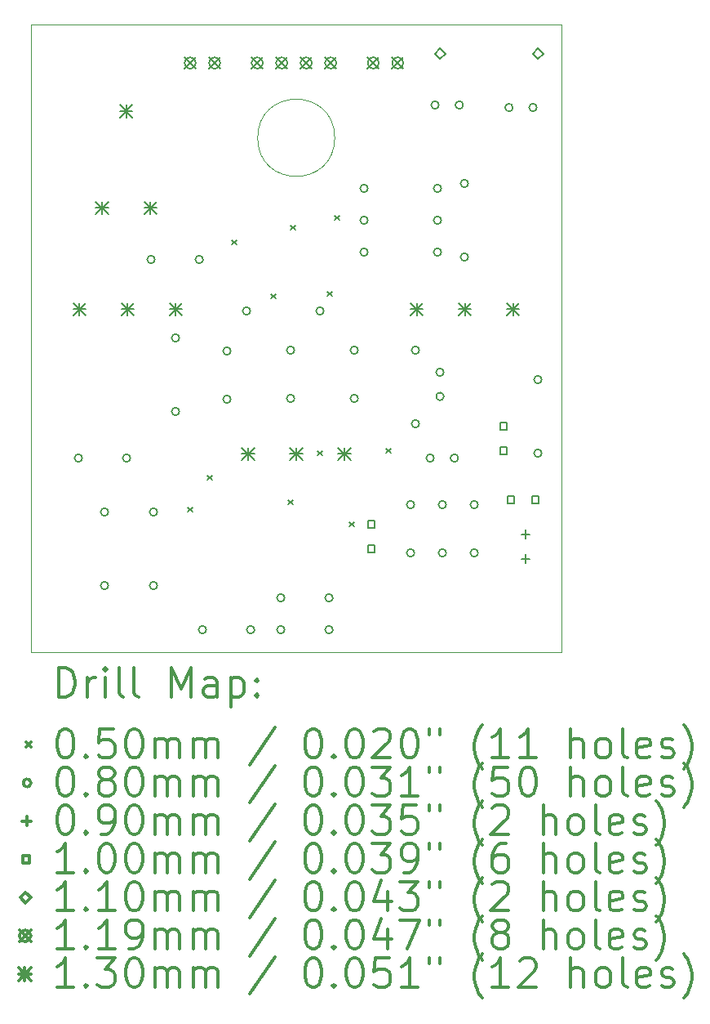
<source format=gbr>
%FSLAX45Y45*%
G04 Gerber Fmt 4.5, Leading zero omitted, Abs format (unit mm)*
G04 Created by KiCad (PCBNEW (5.1.9)-1) date 2021-09-20 18:57:42*
%MOMM*%
%LPD*%
G01*
G04 APERTURE LIST*
%TA.AperFunction,Profile*%
%ADD10C,0.050000*%
%TD*%
%ADD11C,0.200000*%
%ADD12C,0.300000*%
G04 APERTURE END LIST*
D10*
X3150000Y5325000D02*
G75*
G03*
X3150000Y5325000I-400000J0D01*
G01*
X5500000Y6500000D02*
X5500000Y0D01*
X0Y6500000D02*
X5500000Y6500000D01*
X0Y0D02*
X0Y6500000D01*
X0Y0D02*
X5500000Y0D01*
D11*
X1626000Y1498200D02*
X1676000Y1448200D01*
X1676000Y1498200D02*
X1626000Y1448200D01*
X1829200Y1828400D02*
X1879200Y1778400D01*
X1879200Y1828400D02*
X1829200Y1778400D01*
X2083200Y4266800D02*
X2133200Y4216800D01*
X2133200Y4266800D02*
X2083200Y4216800D01*
X2489600Y3708000D02*
X2539600Y3658000D01*
X2539600Y3708000D02*
X2489600Y3658000D01*
X2667400Y1574400D02*
X2717400Y1524400D01*
X2717400Y1574400D02*
X2667400Y1524400D01*
X2692800Y4419200D02*
X2742800Y4369200D01*
X2742800Y4419200D02*
X2692800Y4369200D01*
X2972200Y2082400D02*
X3022200Y2032400D01*
X3022200Y2082400D02*
X2972200Y2032400D01*
X3073800Y3733400D02*
X3123800Y3683400D01*
X3123800Y3733400D02*
X3073800Y3683400D01*
X3150000Y4520800D02*
X3200000Y4470800D01*
X3200000Y4520800D02*
X3150000Y4470800D01*
X3302400Y1345800D02*
X3352400Y1295800D01*
X3352400Y1345800D02*
X3302400Y1295800D01*
X3683400Y2107800D02*
X3733400Y2057800D01*
X3733400Y2107800D02*
X3683400Y2057800D01*
X530600Y2006600D02*
G75*
G03*
X530600Y2006600I-40000J0D01*
G01*
X802000Y1447800D02*
G75*
G03*
X802000Y1447800I-40000J0D01*
G01*
X802000Y685800D02*
G75*
G03*
X802000Y685800I-40000J0D01*
G01*
X1030600Y2006600D02*
G75*
G03*
X1030600Y2006600I-40000J0D01*
G01*
X1284600Y4064000D02*
G75*
G03*
X1284600Y4064000I-40000J0D01*
G01*
X1310000Y1447800D02*
G75*
G03*
X1310000Y1447800I-40000J0D01*
G01*
X1310000Y685800D02*
G75*
G03*
X1310000Y685800I-40000J0D01*
G01*
X1538600Y3251200D02*
G75*
G03*
X1538600Y3251200I-40000J0D01*
G01*
X1538600Y2489200D02*
G75*
G03*
X1538600Y2489200I-40000J0D01*
G01*
X1784600Y4064000D02*
G75*
G03*
X1784600Y4064000I-40000J0D01*
G01*
X1818000Y228600D02*
G75*
G03*
X1818000Y228600I-40000J0D01*
G01*
X2072000Y3116200D02*
G75*
G03*
X2072000Y3116200I-40000J0D01*
G01*
X2072000Y2616200D02*
G75*
G03*
X2072000Y2616200I-40000J0D01*
G01*
X2275200Y3530600D02*
G75*
G03*
X2275200Y3530600I-40000J0D01*
G01*
X2318000Y228600D02*
G75*
G03*
X2318000Y228600I-40000J0D01*
G01*
X2630800Y558800D02*
G75*
G03*
X2630800Y558800I-40000J0D01*
G01*
X2630800Y228600D02*
G75*
G03*
X2630800Y228600I-40000J0D01*
G01*
X2732400Y3124200D02*
G75*
G03*
X2732400Y3124200I-40000J0D01*
G01*
X2732400Y2624200D02*
G75*
G03*
X2732400Y2624200I-40000J0D01*
G01*
X3037200Y3530600D02*
G75*
G03*
X3037200Y3530600I-40000J0D01*
G01*
X3130800Y558800D02*
G75*
G03*
X3130800Y558800I-40000J0D01*
G01*
X3130800Y228600D02*
G75*
G03*
X3130800Y228600I-40000J0D01*
G01*
X3392800Y3124200D02*
G75*
G03*
X3392800Y3124200I-40000J0D01*
G01*
X3392800Y2624200D02*
G75*
G03*
X3392800Y2624200I-40000J0D01*
G01*
X3494400Y4800600D02*
G75*
G03*
X3494400Y4800600I-40000J0D01*
G01*
X3494400Y4470400D02*
G75*
G03*
X3494400Y4470400I-40000J0D01*
G01*
X3494400Y4140200D02*
G75*
G03*
X3494400Y4140200I-40000J0D01*
G01*
X3977000Y1524000D02*
G75*
G03*
X3977000Y1524000I-40000J0D01*
G01*
X3977000Y1024000D02*
G75*
G03*
X3977000Y1024000I-40000J0D01*
G01*
X4027800Y3124200D02*
G75*
G03*
X4027800Y3124200I-40000J0D01*
G01*
X4027800Y2362200D02*
G75*
G03*
X4027800Y2362200I-40000J0D01*
G01*
X4180200Y2006600D02*
G75*
G03*
X4180200Y2006600I-40000J0D01*
G01*
X4231000Y5664200D02*
G75*
G03*
X4231000Y5664200I-40000J0D01*
G01*
X4256400Y4800600D02*
G75*
G03*
X4256400Y4800600I-40000J0D01*
G01*
X4256400Y4470400D02*
G75*
G03*
X4256400Y4470400I-40000J0D01*
G01*
X4256400Y4140200D02*
G75*
G03*
X4256400Y4140200I-40000J0D01*
G01*
X4281800Y2895600D02*
G75*
G03*
X4281800Y2895600I-40000J0D01*
G01*
X4281800Y2645600D02*
G75*
G03*
X4281800Y2645600I-40000J0D01*
G01*
X4307200Y1524000D02*
G75*
G03*
X4307200Y1524000I-40000J0D01*
G01*
X4307200Y1024000D02*
G75*
G03*
X4307200Y1024000I-40000J0D01*
G01*
X4430200Y2006600D02*
G75*
G03*
X4430200Y2006600I-40000J0D01*
G01*
X4481000Y5664200D02*
G75*
G03*
X4481000Y5664200I-40000J0D01*
G01*
X4535800Y4851400D02*
G75*
G03*
X4535800Y4851400I-40000J0D01*
G01*
X4535800Y4089400D02*
G75*
G03*
X4535800Y4089400I-40000J0D01*
G01*
X4637400Y1524000D02*
G75*
G03*
X4637400Y1524000I-40000J0D01*
G01*
X4637400Y1024000D02*
G75*
G03*
X4637400Y1024000I-40000J0D01*
G01*
X4997000Y5638800D02*
G75*
G03*
X4997000Y5638800I-40000J0D01*
G01*
X5247000Y5638800D02*
G75*
G03*
X5247000Y5638800I-40000J0D01*
G01*
X5297800Y2819400D02*
G75*
G03*
X5297800Y2819400I-40000J0D01*
G01*
X5297800Y2057400D02*
G75*
G03*
X5297800Y2057400I-40000J0D01*
G01*
X5130800Y1264200D02*
X5130800Y1174200D01*
X5085800Y1219200D02*
X5175800Y1219200D01*
X5130800Y1010200D02*
X5130800Y920200D01*
X5085800Y965200D02*
X5175800Y965200D01*
X3565956Y1285444D02*
X3565956Y1356156D01*
X3495244Y1356156D01*
X3495244Y1285444D01*
X3565956Y1285444D01*
X3565956Y1031444D02*
X3565956Y1102156D01*
X3495244Y1102156D01*
X3495244Y1031444D01*
X3565956Y1031444D01*
X4937556Y2301444D02*
X4937556Y2372156D01*
X4866844Y2372156D01*
X4866844Y2301444D01*
X4937556Y2301444D01*
X4937556Y2047444D02*
X4937556Y2118156D01*
X4866844Y2118156D01*
X4866844Y2047444D01*
X4937556Y2047444D01*
X5013756Y1539444D02*
X5013756Y1610156D01*
X4943044Y1610156D01*
X4943044Y1539444D01*
X5013756Y1539444D01*
X5267756Y1539444D02*
X5267756Y1610156D01*
X5197044Y1610156D01*
X5197044Y1539444D01*
X5267756Y1539444D01*
X4241800Y6142600D02*
X4296800Y6197600D01*
X4241800Y6252600D01*
X4186800Y6197600D01*
X4241800Y6142600D01*
X5257800Y6142600D02*
X5312800Y6197600D01*
X5257800Y6252600D01*
X5202800Y6197600D01*
X5257800Y6142600D01*
X1590500Y6159500D02*
X1709500Y6040500D01*
X1709500Y6159500D02*
X1590500Y6040500D01*
X1709500Y6100000D02*
G75*
G03*
X1709500Y6100000I-59500J0D01*
G01*
X1844500Y6159500D02*
X1963500Y6040500D01*
X1963500Y6159500D02*
X1844500Y6040500D01*
X1963500Y6100000D02*
G75*
G03*
X1963500Y6100000I-59500J0D01*
G01*
X2286500Y6159500D02*
X2405500Y6040500D01*
X2405500Y6159500D02*
X2286500Y6040500D01*
X2405500Y6100000D02*
G75*
G03*
X2405500Y6100000I-59500J0D01*
G01*
X2540500Y6159500D02*
X2659500Y6040500D01*
X2659500Y6159500D02*
X2540500Y6040500D01*
X2659500Y6100000D02*
G75*
G03*
X2659500Y6100000I-59500J0D01*
G01*
X2794500Y6159500D02*
X2913500Y6040500D01*
X2913500Y6159500D02*
X2794500Y6040500D01*
X2913500Y6100000D02*
G75*
G03*
X2913500Y6100000I-59500J0D01*
G01*
X3048500Y6159500D02*
X3167500Y6040500D01*
X3167500Y6159500D02*
X3048500Y6040500D01*
X3167500Y6100000D02*
G75*
G03*
X3167500Y6100000I-59500J0D01*
G01*
X3490500Y6159500D02*
X3609500Y6040500D01*
X3609500Y6159500D02*
X3490500Y6040500D01*
X3609500Y6100000D02*
G75*
G03*
X3609500Y6100000I-59500J0D01*
G01*
X3744500Y6159500D02*
X3863500Y6040500D01*
X3863500Y6159500D02*
X3744500Y6040500D01*
X3863500Y6100000D02*
G75*
G03*
X3863500Y6100000I-59500J0D01*
G01*
X435000Y3615000D02*
X565000Y3485000D01*
X565000Y3615000D02*
X435000Y3485000D01*
X500000Y3615000D02*
X500000Y3485000D01*
X435000Y3550000D02*
X565000Y3550000D01*
X671600Y4665000D02*
X801600Y4535000D01*
X801600Y4665000D02*
X671600Y4535000D01*
X736600Y4665000D02*
X736600Y4535000D01*
X671600Y4600000D02*
X801600Y4600000D01*
X921600Y5665000D02*
X1051600Y5535000D01*
X1051600Y5665000D02*
X921600Y5535000D01*
X986600Y5665000D02*
X986600Y5535000D01*
X921600Y5600000D02*
X1051600Y5600000D01*
X935000Y3615000D02*
X1065000Y3485000D01*
X1065000Y3615000D02*
X935000Y3485000D01*
X1000000Y3615000D02*
X1000000Y3485000D01*
X935000Y3550000D02*
X1065000Y3550000D01*
X1171600Y4665000D02*
X1301600Y4535000D01*
X1301600Y4665000D02*
X1171600Y4535000D01*
X1236600Y4665000D02*
X1236600Y4535000D01*
X1171600Y4600000D02*
X1301600Y4600000D01*
X1435000Y3615000D02*
X1565000Y3485000D01*
X1565000Y3615000D02*
X1435000Y3485000D01*
X1500000Y3615000D02*
X1500000Y3485000D01*
X1435000Y3550000D02*
X1565000Y3550000D01*
X2185000Y2115000D02*
X2315000Y1985000D01*
X2315000Y2115000D02*
X2185000Y1985000D01*
X2250000Y2115000D02*
X2250000Y1985000D01*
X2185000Y2050000D02*
X2315000Y2050000D01*
X2685000Y2115000D02*
X2815000Y1985000D01*
X2815000Y2115000D02*
X2685000Y1985000D01*
X2750000Y2115000D02*
X2750000Y1985000D01*
X2685000Y2050000D02*
X2815000Y2050000D01*
X3185000Y2115000D02*
X3315000Y1985000D01*
X3315000Y2115000D02*
X3185000Y1985000D01*
X3250000Y2115000D02*
X3250000Y1985000D01*
X3185000Y2050000D02*
X3315000Y2050000D01*
X3935000Y3615000D02*
X4065000Y3485000D01*
X4065000Y3615000D02*
X3935000Y3485000D01*
X4000000Y3615000D02*
X4000000Y3485000D01*
X3935000Y3550000D02*
X4065000Y3550000D01*
X4435000Y3615000D02*
X4565000Y3485000D01*
X4565000Y3615000D02*
X4435000Y3485000D01*
X4500000Y3615000D02*
X4500000Y3485000D01*
X4435000Y3550000D02*
X4565000Y3550000D01*
X4935000Y3615000D02*
X5065000Y3485000D01*
X5065000Y3615000D02*
X4935000Y3485000D01*
X5000000Y3615000D02*
X5000000Y3485000D01*
X4935000Y3550000D02*
X5065000Y3550000D01*
D12*
X283928Y-468214D02*
X283928Y-168214D01*
X355357Y-168214D01*
X398214Y-182500D01*
X426786Y-211071D01*
X441071Y-239643D01*
X455357Y-296786D01*
X455357Y-339643D01*
X441071Y-396786D01*
X426786Y-425357D01*
X398214Y-453929D01*
X355357Y-468214D01*
X283928Y-468214D01*
X583928Y-468214D02*
X583928Y-268214D01*
X583928Y-325357D02*
X598214Y-296786D01*
X612500Y-282500D01*
X641071Y-268214D01*
X669643Y-268214D01*
X769643Y-468214D02*
X769643Y-268214D01*
X769643Y-168214D02*
X755357Y-182500D01*
X769643Y-196786D01*
X783928Y-182500D01*
X769643Y-168214D01*
X769643Y-196786D01*
X955357Y-468214D02*
X926786Y-453929D01*
X912500Y-425357D01*
X912500Y-168214D01*
X1112500Y-468214D02*
X1083928Y-453929D01*
X1069643Y-425357D01*
X1069643Y-168214D01*
X1455357Y-468214D02*
X1455357Y-168214D01*
X1555357Y-382500D01*
X1655357Y-168214D01*
X1655357Y-468214D01*
X1926786Y-468214D02*
X1926786Y-311072D01*
X1912500Y-282500D01*
X1883928Y-268214D01*
X1826786Y-268214D01*
X1798214Y-282500D01*
X1926786Y-453929D02*
X1898214Y-468214D01*
X1826786Y-468214D01*
X1798214Y-453929D01*
X1783928Y-425357D01*
X1783928Y-396786D01*
X1798214Y-368214D01*
X1826786Y-353929D01*
X1898214Y-353929D01*
X1926786Y-339643D01*
X2069643Y-268214D02*
X2069643Y-568214D01*
X2069643Y-282500D02*
X2098214Y-268214D01*
X2155357Y-268214D01*
X2183928Y-282500D01*
X2198214Y-296786D01*
X2212500Y-325357D01*
X2212500Y-411071D01*
X2198214Y-439643D01*
X2183928Y-453929D01*
X2155357Y-468214D01*
X2098214Y-468214D01*
X2069643Y-453929D01*
X2341071Y-439643D02*
X2355357Y-453929D01*
X2341071Y-468214D01*
X2326786Y-453929D01*
X2341071Y-439643D01*
X2341071Y-468214D01*
X2341071Y-282500D02*
X2355357Y-296786D01*
X2341071Y-311072D01*
X2326786Y-296786D01*
X2341071Y-282500D01*
X2341071Y-311072D01*
X-52500Y-937500D02*
X-2500Y-987500D01*
X-2500Y-937500D02*
X-52500Y-987500D01*
X341071Y-798214D02*
X369643Y-798214D01*
X398214Y-812500D01*
X412500Y-826786D01*
X426786Y-855357D01*
X441071Y-912500D01*
X441071Y-983929D01*
X426786Y-1041071D01*
X412500Y-1069643D01*
X398214Y-1083929D01*
X369643Y-1098214D01*
X341071Y-1098214D01*
X312500Y-1083929D01*
X298214Y-1069643D01*
X283928Y-1041071D01*
X269643Y-983929D01*
X269643Y-912500D01*
X283928Y-855357D01*
X298214Y-826786D01*
X312500Y-812500D01*
X341071Y-798214D01*
X569643Y-1069643D02*
X583928Y-1083929D01*
X569643Y-1098214D01*
X555357Y-1083929D01*
X569643Y-1069643D01*
X569643Y-1098214D01*
X855357Y-798214D02*
X712500Y-798214D01*
X698214Y-941071D01*
X712500Y-926786D01*
X741071Y-912500D01*
X812500Y-912500D01*
X841071Y-926786D01*
X855357Y-941071D01*
X869643Y-969643D01*
X869643Y-1041071D01*
X855357Y-1069643D01*
X841071Y-1083929D01*
X812500Y-1098214D01*
X741071Y-1098214D01*
X712500Y-1083929D01*
X698214Y-1069643D01*
X1055357Y-798214D02*
X1083928Y-798214D01*
X1112500Y-812500D01*
X1126786Y-826786D01*
X1141071Y-855357D01*
X1155357Y-912500D01*
X1155357Y-983929D01*
X1141071Y-1041071D01*
X1126786Y-1069643D01*
X1112500Y-1083929D01*
X1083928Y-1098214D01*
X1055357Y-1098214D01*
X1026786Y-1083929D01*
X1012500Y-1069643D01*
X998214Y-1041071D01*
X983928Y-983929D01*
X983928Y-912500D01*
X998214Y-855357D01*
X1012500Y-826786D01*
X1026786Y-812500D01*
X1055357Y-798214D01*
X1283928Y-1098214D02*
X1283928Y-898214D01*
X1283928Y-926786D02*
X1298214Y-912500D01*
X1326786Y-898214D01*
X1369643Y-898214D01*
X1398214Y-912500D01*
X1412500Y-941071D01*
X1412500Y-1098214D01*
X1412500Y-941071D02*
X1426786Y-912500D01*
X1455357Y-898214D01*
X1498214Y-898214D01*
X1526786Y-912500D01*
X1541071Y-941071D01*
X1541071Y-1098214D01*
X1683928Y-1098214D02*
X1683928Y-898214D01*
X1683928Y-926786D02*
X1698214Y-912500D01*
X1726786Y-898214D01*
X1769643Y-898214D01*
X1798214Y-912500D01*
X1812500Y-941071D01*
X1812500Y-1098214D01*
X1812500Y-941071D02*
X1826786Y-912500D01*
X1855357Y-898214D01*
X1898214Y-898214D01*
X1926786Y-912500D01*
X1941071Y-941071D01*
X1941071Y-1098214D01*
X2526786Y-783929D02*
X2269643Y-1169643D01*
X2912500Y-798214D02*
X2941071Y-798214D01*
X2969643Y-812500D01*
X2983928Y-826786D01*
X2998214Y-855357D01*
X3012500Y-912500D01*
X3012500Y-983929D01*
X2998214Y-1041071D01*
X2983928Y-1069643D01*
X2969643Y-1083929D01*
X2941071Y-1098214D01*
X2912500Y-1098214D01*
X2883928Y-1083929D01*
X2869643Y-1069643D01*
X2855357Y-1041071D01*
X2841071Y-983929D01*
X2841071Y-912500D01*
X2855357Y-855357D01*
X2869643Y-826786D01*
X2883928Y-812500D01*
X2912500Y-798214D01*
X3141071Y-1069643D02*
X3155357Y-1083929D01*
X3141071Y-1098214D01*
X3126786Y-1083929D01*
X3141071Y-1069643D01*
X3141071Y-1098214D01*
X3341071Y-798214D02*
X3369643Y-798214D01*
X3398214Y-812500D01*
X3412500Y-826786D01*
X3426786Y-855357D01*
X3441071Y-912500D01*
X3441071Y-983929D01*
X3426786Y-1041071D01*
X3412500Y-1069643D01*
X3398214Y-1083929D01*
X3369643Y-1098214D01*
X3341071Y-1098214D01*
X3312500Y-1083929D01*
X3298214Y-1069643D01*
X3283928Y-1041071D01*
X3269643Y-983929D01*
X3269643Y-912500D01*
X3283928Y-855357D01*
X3298214Y-826786D01*
X3312500Y-812500D01*
X3341071Y-798214D01*
X3555357Y-826786D02*
X3569643Y-812500D01*
X3598214Y-798214D01*
X3669643Y-798214D01*
X3698214Y-812500D01*
X3712500Y-826786D01*
X3726786Y-855357D01*
X3726786Y-883929D01*
X3712500Y-926786D01*
X3541071Y-1098214D01*
X3726786Y-1098214D01*
X3912500Y-798214D02*
X3941071Y-798214D01*
X3969643Y-812500D01*
X3983928Y-826786D01*
X3998214Y-855357D01*
X4012500Y-912500D01*
X4012500Y-983929D01*
X3998214Y-1041071D01*
X3983928Y-1069643D01*
X3969643Y-1083929D01*
X3941071Y-1098214D01*
X3912500Y-1098214D01*
X3883928Y-1083929D01*
X3869643Y-1069643D01*
X3855357Y-1041071D01*
X3841071Y-983929D01*
X3841071Y-912500D01*
X3855357Y-855357D01*
X3869643Y-826786D01*
X3883928Y-812500D01*
X3912500Y-798214D01*
X4126786Y-798214D02*
X4126786Y-855357D01*
X4241071Y-798214D02*
X4241071Y-855357D01*
X4683928Y-1212500D02*
X4669643Y-1198214D01*
X4641071Y-1155357D01*
X4626786Y-1126786D01*
X4612500Y-1083929D01*
X4598214Y-1012500D01*
X4598214Y-955357D01*
X4612500Y-883929D01*
X4626786Y-841071D01*
X4641071Y-812500D01*
X4669643Y-769643D01*
X4683928Y-755357D01*
X4955357Y-1098214D02*
X4783928Y-1098214D01*
X4869643Y-1098214D02*
X4869643Y-798214D01*
X4841071Y-841071D01*
X4812500Y-869643D01*
X4783928Y-883929D01*
X5241071Y-1098214D02*
X5069643Y-1098214D01*
X5155357Y-1098214D02*
X5155357Y-798214D01*
X5126786Y-841071D01*
X5098214Y-869643D01*
X5069643Y-883929D01*
X5598214Y-1098214D02*
X5598214Y-798214D01*
X5726786Y-1098214D02*
X5726786Y-941071D01*
X5712500Y-912500D01*
X5683928Y-898214D01*
X5641071Y-898214D01*
X5612500Y-912500D01*
X5598214Y-926786D01*
X5912500Y-1098214D02*
X5883928Y-1083929D01*
X5869643Y-1069643D01*
X5855357Y-1041071D01*
X5855357Y-955357D01*
X5869643Y-926786D01*
X5883928Y-912500D01*
X5912500Y-898214D01*
X5955357Y-898214D01*
X5983928Y-912500D01*
X5998214Y-926786D01*
X6012500Y-955357D01*
X6012500Y-1041071D01*
X5998214Y-1069643D01*
X5983928Y-1083929D01*
X5955357Y-1098214D01*
X5912500Y-1098214D01*
X6183928Y-1098214D02*
X6155357Y-1083929D01*
X6141071Y-1055357D01*
X6141071Y-798214D01*
X6412500Y-1083929D02*
X6383928Y-1098214D01*
X6326786Y-1098214D01*
X6298214Y-1083929D01*
X6283928Y-1055357D01*
X6283928Y-941071D01*
X6298214Y-912500D01*
X6326786Y-898214D01*
X6383928Y-898214D01*
X6412500Y-912500D01*
X6426786Y-941071D01*
X6426786Y-969643D01*
X6283928Y-998214D01*
X6541071Y-1083929D02*
X6569643Y-1098214D01*
X6626786Y-1098214D01*
X6655357Y-1083929D01*
X6669643Y-1055357D01*
X6669643Y-1041071D01*
X6655357Y-1012500D01*
X6626786Y-998214D01*
X6583928Y-998214D01*
X6555357Y-983929D01*
X6541071Y-955357D01*
X6541071Y-941071D01*
X6555357Y-912500D01*
X6583928Y-898214D01*
X6626786Y-898214D01*
X6655357Y-912500D01*
X6769643Y-1212500D02*
X6783928Y-1198214D01*
X6812500Y-1155357D01*
X6826786Y-1126786D01*
X6841071Y-1083929D01*
X6855357Y-1012500D01*
X6855357Y-955357D01*
X6841071Y-883929D01*
X6826786Y-841071D01*
X6812500Y-812500D01*
X6783928Y-769643D01*
X6769643Y-755357D01*
X-2500Y-1358500D02*
G75*
G03*
X-2500Y-1358500I-40000J0D01*
G01*
X341071Y-1194214D02*
X369643Y-1194214D01*
X398214Y-1208500D01*
X412500Y-1222786D01*
X426786Y-1251357D01*
X441071Y-1308500D01*
X441071Y-1379929D01*
X426786Y-1437071D01*
X412500Y-1465643D01*
X398214Y-1479929D01*
X369643Y-1494214D01*
X341071Y-1494214D01*
X312500Y-1479929D01*
X298214Y-1465643D01*
X283928Y-1437071D01*
X269643Y-1379929D01*
X269643Y-1308500D01*
X283928Y-1251357D01*
X298214Y-1222786D01*
X312500Y-1208500D01*
X341071Y-1194214D01*
X569643Y-1465643D02*
X583928Y-1479929D01*
X569643Y-1494214D01*
X555357Y-1479929D01*
X569643Y-1465643D01*
X569643Y-1494214D01*
X755357Y-1322786D02*
X726786Y-1308500D01*
X712500Y-1294214D01*
X698214Y-1265643D01*
X698214Y-1251357D01*
X712500Y-1222786D01*
X726786Y-1208500D01*
X755357Y-1194214D01*
X812500Y-1194214D01*
X841071Y-1208500D01*
X855357Y-1222786D01*
X869643Y-1251357D01*
X869643Y-1265643D01*
X855357Y-1294214D01*
X841071Y-1308500D01*
X812500Y-1322786D01*
X755357Y-1322786D01*
X726786Y-1337072D01*
X712500Y-1351357D01*
X698214Y-1379929D01*
X698214Y-1437071D01*
X712500Y-1465643D01*
X726786Y-1479929D01*
X755357Y-1494214D01*
X812500Y-1494214D01*
X841071Y-1479929D01*
X855357Y-1465643D01*
X869643Y-1437071D01*
X869643Y-1379929D01*
X855357Y-1351357D01*
X841071Y-1337072D01*
X812500Y-1322786D01*
X1055357Y-1194214D02*
X1083928Y-1194214D01*
X1112500Y-1208500D01*
X1126786Y-1222786D01*
X1141071Y-1251357D01*
X1155357Y-1308500D01*
X1155357Y-1379929D01*
X1141071Y-1437071D01*
X1126786Y-1465643D01*
X1112500Y-1479929D01*
X1083928Y-1494214D01*
X1055357Y-1494214D01*
X1026786Y-1479929D01*
X1012500Y-1465643D01*
X998214Y-1437071D01*
X983928Y-1379929D01*
X983928Y-1308500D01*
X998214Y-1251357D01*
X1012500Y-1222786D01*
X1026786Y-1208500D01*
X1055357Y-1194214D01*
X1283928Y-1494214D02*
X1283928Y-1294214D01*
X1283928Y-1322786D02*
X1298214Y-1308500D01*
X1326786Y-1294214D01*
X1369643Y-1294214D01*
X1398214Y-1308500D01*
X1412500Y-1337072D01*
X1412500Y-1494214D01*
X1412500Y-1337072D02*
X1426786Y-1308500D01*
X1455357Y-1294214D01*
X1498214Y-1294214D01*
X1526786Y-1308500D01*
X1541071Y-1337072D01*
X1541071Y-1494214D01*
X1683928Y-1494214D02*
X1683928Y-1294214D01*
X1683928Y-1322786D02*
X1698214Y-1308500D01*
X1726786Y-1294214D01*
X1769643Y-1294214D01*
X1798214Y-1308500D01*
X1812500Y-1337072D01*
X1812500Y-1494214D01*
X1812500Y-1337072D02*
X1826786Y-1308500D01*
X1855357Y-1294214D01*
X1898214Y-1294214D01*
X1926786Y-1308500D01*
X1941071Y-1337072D01*
X1941071Y-1494214D01*
X2526786Y-1179929D02*
X2269643Y-1565643D01*
X2912500Y-1194214D02*
X2941071Y-1194214D01*
X2969643Y-1208500D01*
X2983928Y-1222786D01*
X2998214Y-1251357D01*
X3012500Y-1308500D01*
X3012500Y-1379929D01*
X2998214Y-1437071D01*
X2983928Y-1465643D01*
X2969643Y-1479929D01*
X2941071Y-1494214D01*
X2912500Y-1494214D01*
X2883928Y-1479929D01*
X2869643Y-1465643D01*
X2855357Y-1437071D01*
X2841071Y-1379929D01*
X2841071Y-1308500D01*
X2855357Y-1251357D01*
X2869643Y-1222786D01*
X2883928Y-1208500D01*
X2912500Y-1194214D01*
X3141071Y-1465643D02*
X3155357Y-1479929D01*
X3141071Y-1494214D01*
X3126786Y-1479929D01*
X3141071Y-1465643D01*
X3141071Y-1494214D01*
X3341071Y-1194214D02*
X3369643Y-1194214D01*
X3398214Y-1208500D01*
X3412500Y-1222786D01*
X3426786Y-1251357D01*
X3441071Y-1308500D01*
X3441071Y-1379929D01*
X3426786Y-1437071D01*
X3412500Y-1465643D01*
X3398214Y-1479929D01*
X3369643Y-1494214D01*
X3341071Y-1494214D01*
X3312500Y-1479929D01*
X3298214Y-1465643D01*
X3283928Y-1437071D01*
X3269643Y-1379929D01*
X3269643Y-1308500D01*
X3283928Y-1251357D01*
X3298214Y-1222786D01*
X3312500Y-1208500D01*
X3341071Y-1194214D01*
X3541071Y-1194214D02*
X3726786Y-1194214D01*
X3626786Y-1308500D01*
X3669643Y-1308500D01*
X3698214Y-1322786D01*
X3712500Y-1337072D01*
X3726786Y-1365643D01*
X3726786Y-1437071D01*
X3712500Y-1465643D01*
X3698214Y-1479929D01*
X3669643Y-1494214D01*
X3583928Y-1494214D01*
X3555357Y-1479929D01*
X3541071Y-1465643D01*
X4012500Y-1494214D02*
X3841071Y-1494214D01*
X3926786Y-1494214D02*
X3926786Y-1194214D01*
X3898214Y-1237072D01*
X3869643Y-1265643D01*
X3841071Y-1279929D01*
X4126786Y-1194214D02*
X4126786Y-1251357D01*
X4241071Y-1194214D02*
X4241071Y-1251357D01*
X4683928Y-1608500D02*
X4669643Y-1594214D01*
X4641071Y-1551357D01*
X4626786Y-1522786D01*
X4612500Y-1479929D01*
X4598214Y-1408500D01*
X4598214Y-1351357D01*
X4612500Y-1279929D01*
X4626786Y-1237072D01*
X4641071Y-1208500D01*
X4669643Y-1165643D01*
X4683928Y-1151357D01*
X4941071Y-1194214D02*
X4798214Y-1194214D01*
X4783928Y-1337072D01*
X4798214Y-1322786D01*
X4826786Y-1308500D01*
X4898214Y-1308500D01*
X4926786Y-1322786D01*
X4941071Y-1337072D01*
X4955357Y-1365643D01*
X4955357Y-1437071D01*
X4941071Y-1465643D01*
X4926786Y-1479929D01*
X4898214Y-1494214D01*
X4826786Y-1494214D01*
X4798214Y-1479929D01*
X4783928Y-1465643D01*
X5141071Y-1194214D02*
X5169643Y-1194214D01*
X5198214Y-1208500D01*
X5212500Y-1222786D01*
X5226786Y-1251357D01*
X5241071Y-1308500D01*
X5241071Y-1379929D01*
X5226786Y-1437071D01*
X5212500Y-1465643D01*
X5198214Y-1479929D01*
X5169643Y-1494214D01*
X5141071Y-1494214D01*
X5112500Y-1479929D01*
X5098214Y-1465643D01*
X5083928Y-1437071D01*
X5069643Y-1379929D01*
X5069643Y-1308500D01*
X5083928Y-1251357D01*
X5098214Y-1222786D01*
X5112500Y-1208500D01*
X5141071Y-1194214D01*
X5598214Y-1494214D02*
X5598214Y-1194214D01*
X5726786Y-1494214D02*
X5726786Y-1337072D01*
X5712500Y-1308500D01*
X5683928Y-1294214D01*
X5641071Y-1294214D01*
X5612500Y-1308500D01*
X5598214Y-1322786D01*
X5912500Y-1494214D02*
X5883928Y-1479929D01*
X5869643Y-1465643D01*
X5855357Y-1437071D01*
X5855357Y-1351357D01*
X5869643Y-1322786D01*
X5883928Y-1308500D01*
X5912500Y-1294214D01*
X5955357Y-1294214D01*
X5983928Y-1308500D01*
X5998214Y-1322786D01*
X6012500Y-1351357D01*
X6012500Y-1437071D01*
X5998214Y-1465643D01*
X5983928Y-1479929D01*
X5955357Y-1494214D01*
X5912500Y-1494214D01*
X6183928Y-1494214D02*
X6155357Y-1479929D01*
X6141071Y-1451357D01*
X6141071Y-1194214D01*
X6412500Y-1479929D02*
X6383928Y-1494214D01*
X6326786Y-1494214D01*
X6298214Y-1479929D01*
X6283928Y-1451357D01*
X6283928Y-1337072D01*
X6298214Y-1308500D01*
X6326786Y-1294214D01*
X6383928Y-1294214D01*
X6412500Y-1308500D01*
X6426786Y-1337072D01*
X6426786Y-1365643D01*
X6283928Y-1394214D01*
X6541071Y-1479929D02*
X6569643Y-1494214D01*
X6626786Y-1494214D01*
X6655357Y-1479929D01*
X6669643Y-1451357D01*
X6669643Y-1437071D01*
X6655357Y-1408500D01*
X6626786Y-1394214D01*
X6583928Y-1394214D01*
X6555357Y-1379929D01*
X6541071Y-1351357D01*
X6541071Y-1337072D01*
X6555357Y-1308500D01*
X6583928Y-1294214D01*
X6626786Y-1294214D01*
X6655357Y-1308500D01*
X6769643Y-1608500D02*
X6783928Y-1594214D01*
X6812500Y-1551357D01*
X6826786Y-1522786D01*
X6841071Y-1479929D01*
X6855357Y-1408500D01*
X6855357Y-1351357D01*
X6841071Y-1279929D01*
X6826786Y-1237072D01*
X6812500Y-1208500D01*
X6783928Y-1165643D01*
X6769643Y-1151357D01*
X-47500Y-1709500D02*
X-47500Y-1799500D01*
X-92500Y-1754500D02*
X-2500Y-1754500D01*
X341071Y-1590214D02*
X369643Y-1590214D01*
X398214Y-1604500D01*
X412500Y-1618786D01*
X426786Y-1647357D01*
X441071Y-1704500D01*
X441071Y-1775929D01*
X426786Y-1833071D01*
X412500Y-1861643D01*
X398214Y-1875929D01*
X369643Y-1890214D01*
X341071Y-1890214D01*
X312500Y-1875929D01*
X298214Y-1861643D01*
X283928Y-1833071D01*
X269643Y-1775929D01*
X269643Y-1704500D01*
X283928Y-1647357D01*
X298214Y-1618786D01*
X312500Y-1604500D01*
X341071Y-1590214D01*
X569643Y-1861643D02*
X583928Y-1875929D01*
X569643Y-1890214D01*
X555357Y-1875929D01*
X569643Y-1861643D01*
X569643Y-1890214D01*
X726786Y-1890214D02*
X783928Y-1890214D01*
X812500Y-1875929D01*
X826786Y-1861643D01*
X855357Y-1818786D01*
X869643Y-1761643D01*
X869643Y-1647357D01*
X855357Y-1618786D01*
X841071Y-1604500D01*
X812500Y-1590214D01*
X755357Y-1590214D01*
X726786Y-1604500D01*
X712500Y-1618786D01*
X698214Y-1647357D01*
X698214Y-1718786D01*
X712500Y-1747357D01*
X726786Y-1761643D01*
X755357Y-1775929D01*
X812500Y-1775929D01*
X841071Y-1761643D01*
X855357Y-1747357D01*
X869643Y-1718786D01*
X1055357Y-1590214D02*
X1083928Y-1590214D01*
X1112500Y-1604500D01*
X1126786Y-1618786D01*
X1141071Y-1647357D01*
X1155357Y-1704500D01*
X1155357Y-1775929D01*
X1141071Y-1833071D01*
X1126786Y-1861643D01*
X1112500Y-1875929D01*
X1083928Y-1890214D01*
X1055357Y-1890214D01*
X1026786Y-1875929D01*
X1012500Y-1861643D01*
X998214Y-1833071D01*
X983928Y-1775929D01*
X983928Y-1704500D01*
X998214Y-1647357D01*
X1012500Y-1618786D01*
X1026786Y-1604500D01*
X1055357Y-1590214D01*
X1283928Y-1890214D02*
X1283928Y-1690214D01*
X1283928Y-1718786D02*
X1298214Y-1704500D01*
X1326786Y-1690214D01*
X1369643Y-1690214D01*
X1398214Y-1704500D01*
X1412500Y-1733071D01*
X1412500Y-1890214D01*
X1412500Y-1733071D02*
X1426786Y-1704500D01*
X1455357Y-1690214D01*
X1498214Y-1690214D01*
X1526786Y-1704500D01*
X1541071Y-1733071D01*
X1541071Y-1890214D01*
X1683928Y-1890214D02*
X1683928Y-1690214D01*
X1683928Y-1718786D02*
X1698214Y-1704500D01*
X1726786Y-1690214D01*
X1769643Y-1690214D01*
X1798214Y-1704500D01*
X1812500Y-1733071D01*
X1812500Y-1890214D01*
X1812500Y-1733071D02*
X1826786Y-1704500D01*
X1855357Y-1690214D01*
X1898214Y-1690214D01*
X1926786Y-1704500D01*
X1941071Y-1733071D01*
X1941071Y-1890214D01*
X2526786Y-1575929D02*
X2269643Y-1961643D01*
X2912500Y-1590214D02*
X2941071Y-1590214D01*
X2969643Y-1604500D01*
X2983928Y-1618786D01*
X2998214Y-1647357D01*
X3012500Y-1704500D01*
X3012500Y-1775929D01*
X2998214Y-1833071D01*
X2983928Y-1861643D01*
X2969643Y-1875929D01*
X2941071Y-1890214D01*
X2912500Y-1890214D01*
X2883928Y-1875929D01*
X2869643Y-1861643D01*
X2855357Y-1833071D01*
X2841071Y-1775929D01*
X2841071Y-1704500D01*
X2855357Y-1647357D01*
X2869643Y-1618786D01*
X2883928Y-1604500D01*
X2912500Y-1590214D01*
X3141071Y-1861643D02*
X3155357Y-1875929D01*
X3141071Y-1890214D01*
X3126786Y-1875929D01*
X3141071Y-1861643D01*
X3141071Y-1890214D01*
X3341071Y-1590214D02*
X3369643Y-1590214D01*
X3398214Y-1604500D01*
X3412500Y-1618786D01*
X3426786Y-1647357D01*
X3441071Y-1704500D01*
X3441071Y-1775929D01*
X3426786Y-1833071D01*
X3412500Y-1861643D01*
X3398214Y-1875929D01*
X3369643Y-1890214D01*
X3341071Y-1890214D01*
X3312500Y-1875929D01*
X3298214Y-1861643D01*
X3283928Y-1833071D01*
X3269643Y-1775929D01*
X3269643Y-1704500D01*
X3283928Y-1647357D01*
X3298214Y-1618786D01*
X3312500Y-1604500D01*
X3341071Y-1590214D01*
X3541071Y-1590214D02*
X3726786Y-1590214D01*
X3626786Y-1704500D01*
X3669643Y-1704500D01*
X3698214Y-1718786D01*
X3712500Y-1733071D01*
X3726786Y-1761643D01*
X3726786Y-1833071D01*
X3712500Y-1861643D01*
X3698214Y-1875929D01*
X3669643Y-1890214D01*
X3583928Y-1890214D01*
X3555357Y-1875929D01*
X3541071Y-1861643D01*
X3998214Y-1590214D02*
X3855357Y-1590214D01*
X3841071Y-1733071D01*
X3855357Y-1718786D01*
X3883928Y-1704500D01*
X3955357Y-1704500D01*
X3983928Y-1718786D01*
X3998214Y-1733071D01*
X4012500Y-1761643D01*
X4012500Y-1833071D01*
X3998214Y-1861643D01*
X3983928Y-1875929D01*
X3955357Y-1890214D01*
X3883928Y-1890214D01*
X3855357Y-1875929D01*
X3841071Y-1861643D01*
X4126786Y-1590214D02*
X4126786Y-1647357D01*
X4241071Y-1590214D02*
X4241071Y-1647357D01*
X4683928Y-2004500D02*
X4669643Y-1990214D01*
X4641071Y-1947357D01*
X4626786Y-1918786D01*
X4612500Y-1875929D01*
X4598214Y-1804500D01*
X4598214Y-1747357D01*
X4612500Y-1675929D01*
X4626786Y-1633071D01*
X4641071Y-1604500D01*
X4669643Y-1561643D01*
X4683928Y-1547357D01*
X4783928Y-1618786D02*
X4798214Y-1604500D01*
X4826786Y-1590214D01*
X4898214Y-1590214D01*
X4926786Y-1604500D01*
X4941071Y-1618786D01*
X4955357Y-1647357D01*
X4955357Y-1675929D01*
X4941071Y-1718786D01*
X4769643Y-1890214D01*
X4955357Y-1890214D01*
X5312500Y-1890214D02*
X5312500Y-1590214D01*
X5441071Y-1890214D02*
X5441071Y-1733071D01*
X5426786Y-1704500D01*
X5398214Y-1690214D01*
X5355357Y-1690214D01*
X5326786Y-1704500D01*
X5312500Y-1718786D01*
X5626786Y-1890214D02*
X5598214Y-1875929D01*
X5583928Y-1861643D01*
X5569643Y-1833071D01*
X5569643Y-1747357D01*
X5583928Y-1718786D01*
X5598214Y-1704500D01*
X5626786Y-1690214D01*
X5669643Y-1690214D01*
X5698214Y-1704500D01*
X5712500Y-1718786D01*
X5726786Y-1747357D01*
X5726786Y-1833071D01*
X5712500Y-1861643D01*
X5698214Y-1875929D01*
X5669643Y-1890214D01*
X5626786Y-1890214D01*
X5898214Y-1890214D02*
X5869643Y-1875929D01*
X5855357Y-1847357D01*
X5855357Y-1590214D01*
X6126786Y-1875929D02*
X6098214Y-1890214D01*
X6041071Y-1890214D01*
X6012500Y-1875929D01*
X5998214Y-1847357D01*
X5998214Y-1733071D01*
X6012500Y-1704500D01*
X6041071Y-1690214D01*
X6098214Y-1690214D01*
X6126786Y-1704500D01*
X6141071Y-1733071D01*
X6141071Y-1761643D01*
X5998214Y-1790214D01*
X6255357Y-1875929D02*
X6283928Y-1890214D01*
X6341071Y-1890214D01*
X6369643Y-1875929D01*
X6383928Y-1847357D01*
X6383928Y-1833071D01*
X6369643Y-1804500D01*
X6341071Y-1790214D01*
X6298214Y-1790214D01*
X6269643Y-1775929D01*
X6255357Y-1747357D01*
X6255357Y-1733071D01*
X6269643Y-1704500D01*
X6298214Y-1690214D01*
X6341071Y-1690214D01*
X6369643Y-1704500D01*
X6483928Y-2004500D02*
X6498214Y-1990214D01*
X6526786Y-1947357D01*
X6541071Y-1918786D01*
X6555357Y-1875929D01*
X6569643Y-1804500D01*
X6569643Y-1747357D01*
X6555357Y-1675929D01*
X6541071Y-1633071D01*
X6526786Y-1604500D01*
X6498214Y-1561643D01*
X6483928Y-1547357D01*
X-17144Y-2185856D02*
X-17144Y-2115144D01*
X-87856Y-2115144D01*
X-87856Y-2185856D01*
X-17144Y-2185856D01*
X441071Y-2286214D02*
X269643Y-2286214D01*
X355357Y-2286214D02*
X355357Y-1986214D01*
X326786Y-2029071D01*
X298214Y-2057643D01*
X269643Y-2071929D01*
X569643Y-2257643D02*
X583928Y-2271929D01*
X569643Y-2286214D01*
X555357Y-2271929D01*
X569643Y-2257643D01*
X569643Y-2286214D01*
X769643Y-1986214D02*
X798214Y-1986214D01*
X826786Y-2000500D01*
X841071Y-2014786D01*
X855357Y-2043357D01*
X869643Y-2100500D01*
X869643Y-2171929D01*
X855357Y-2229072D01*
X841071Y-2257643D01*
X826786Y-2271929D01*
X798214Y-2286214D01*
X769643Y-2286214D01*
X741071Y-2271929D01*
X726786Y-2257643D01*
X712500Y-2229072D01*
X698214Y-2171929D01*
X698214Y-2100500D01*
X712500Y-2043357D01*
X726786Y-2014786D01*
X741071Y-2000500D01*
X769643Y-1986214D01*
X1055357Y-1986214D02*
X1083928Y-1986214D01*
X1112500Y-2000500D01*
X1126786Y-2014786D01*
X1141071Y-2043357D01*
X1155357Y-2100500D01*
X1155357Y-2171929D01*
X1141071Y-2229072D01*
X1126786Y-2257643D01*
X1112500Y-2271929D01*
X1083928Y-2286214D01*
X1055357Y-2286214D01*
X1026786Y-2271929D01*
X1012500Y-2257643D01*
X998214Y-2229072D01*
X983928Y-2171929D01*
X983928Y-2100500D01*
X998214Y-2043357D01*
X1012500Y-2014786D01*
X1026786Y-2000500D01*
X1055357Y-1986214D01*
X1283928Y-2286214D02*
X1283928Y-2086214D01*
X1283928Y-2114786D02*
X1298214Y-2100500D01*
X1326786Y-2086214D01*
X1369643Y-2086214D01*
X1398214Y-2100500D01*
X1412500Y-2129072D01*
X1412500Y-2286214D01*
X1412500Y-2129072D02*
X1426786Y-2100500D01*
X1455357Y-2086214D01*
X1498214Y-2086214D01*
X1526786Y-2100500D01*
X1541071Y-2129072D01*
X1541071Y-2286214D01*
X1683928Y-2286214D02*
X1683928Y-2086214D01*
X1683928Y-2114786D02*
X1698214Y-2100500D01*
X1726786Y-2086214D01*
X1769643Y-2086214D01*
X1798214Y-2100500D01*
X1812500Y-2129072D01*
X1812500Y-2286214D01*
X1812500Y-2129072D02*
X1826786Y-2100500D01*
X1855357Y-2086214D01*
X1898214Y-2086214D01*
X1926786Y-2100500D01*
X1941071Y-2129072D01*
X1941071Y-2286214D01*
X2526786Y-1971929D02*
X2269643Y-2357643D01*
X2912500Y-1986214D02*
X2941071Y-1986214D01*
X2969643Y-2000500D01*
X2983928Y-2014786D01*
X2998214Y-2043357D01*
X3012500Y-2100500D01*
X3012500Y-2171929D01*
X2998214Y-2229072D01*
X2983928Y-2257643D01*
X2969643Y-2271929D01*
X2941071Y-2286214D01*
X2912500Y-2286214D01*
X2883928Y-2271929D01*
X2869643Y-2257643D01*
X2855357Y-2229072D01*
X2841071Y-2171929D01*
X2841071Y-2100500D01*
X2855357Y-2043357D01*
X2869643Y-2014786D01*
X2883928Y-2000500D01*
X2912500Y-1986214D01*
X3141071Y-2257643D02*
X3155357Y-2271929D01*
X3141071Y-2286214D01*
X3126786Y-2271929D01*
X3141071Y-2257643D01*
X3141071Y-2286214D01*
X3341071Y-1986214D02*
X3369643Y-1986214D01*
X3398214Y-2000500D01*
X3412500Y-2014786D01*
X3426786Y-2043357D01*
X3441071Y-2100500D01*
X3441071Y-2171929D01*
X3426786Y-2229072D01*
X3412500Y-2257643D01*
X3398214Y-2271929D01*
X3369643Y-2286214D01*
X3341071Y-2286214D01*
X3312500Y-2271929D01*
X3298214Y-2257643D01*
X3283928Y-2229072D01*
X3269643Y-2171929D01*
X3269643Y-2100500D01*
X3283928Y-2043357D01*
X3298214Y-2014786D01*
X3312500Y-2000500D01*
X3341071Y-1986214D01*
X3541071Y-1986214D02*
X3726786Y-1986214D01*
X3626786Y-2100500D01*
X3669643Y-2100500D01*
X3698214Y-2114786D01*
X3712500Y-2129072D01*
X3726786Y-2157643D01*
X3726786Y-2229072D01*
X3712500Y-2257643D01*
X3698214Y-2271929D01*
X3669643Y-2286214D01*
X3583928Y-2286214D01*
X3555357Y-2271929D01*
X3541071Y-2257643D01*
X3869643Y-2286214D02*
X3926786Y-2286214D01*
X3955357Y-2271929D01*
X3969643Y-2257643D01*
X3998214Y-2214786D01*
X4012500Y-2157643D01*
X4012500Y-2043357D01*
X3998214Y-2014786D01*
X3983928Y-2000500D01*
X3955357Y-1986214D01*
X3898214Y-1986214D01*
X3869643Y-2000500D01*
X3855357Y-2014786D01*
X3841071Y-2043357D01*
X3841071Y-2114786D01*
X3855357Y-2143357D01*
X3869643Y-2157643D01*
X3898214Y-2171929D01*
X3955357Y-2171929D01*
X3983928Y-2157643D01*
X3998214Y-2143357D01*
X4012500Y-2114786D01*
X4126786Y-1986214D02*
X4126786Y-2043357D01*
X4241071Y-1986214D02*
X4241071Y-2043357D01*
X4683928Y-2400500D02*
X4669643Y-2386214D01*
X4641071Y-2343357D01*
X4626786Y-2314786D01*
X4612500Y-2271929D01*
X4598214Y-2200500D01*
X4598214Y-2143357D01*
X4612500Y-2071929D01*
X4626786Y-2029071D01*
X4641071Y-2000500D01*
X4669643Y-1957643D01*
X4683928Y-1943357D01*
X4926786Y-1986214D02*
X4869643Y-1986214D01*
X4841071Y-2000500D01*
X4826786Y-2014786D01*
X4798214Y-2057643D01*
X4783928Y-2114786D01*
X4783928Y-2229072D01*
X4798214Y-2257643D01*
X4812500Y-2271929D01*
X4841071Y-2286214D01*
X4898214Y-2286214D01*
X4926786Y-2271929D01*
X4941071Y-2257643D01*
X4955357Y-2229072D01*
X4955357Y-2157643D01*
X4941071Y-2129072D01*
X4926786Y-2114786D01*
X4898214Y-2100500D01*
X4841071Y-2100500D01*
X4812500Y-2114786D01*
X4798214Y-2129072D01*
X4783928Y-2157643D01*
X5312500Y-2286214D02*
X5312500Y-1986214D01*
X5441071Y-2286214D02*
X5441071Y-2129072D01*
X5426786Y-2100500D01*
X5398214Y-2086214D01*
X5355357Y-2086214D01*
X5326786Y-2100500D01*
X5312500Y-2114786D01*
X5626786Y-2286214D02*
X5598214Y-2271929D01*
X5583928Y-2257643D01*
X5569643Y-2229072D01*
X5569643Y-2143357D01*
X5583928Y-2114786D01*
X5598214Y-2100500D01*
X5626786Y-2086214D01*
X5669643Y-2086214D01*
X5698214Y-2100500D01*
X5712500Y-2114786D01*
X5726786Y-2143357D01*
X5726786Y-2229072D01*
X5712500Y-2257643D01*
X5698214Y-2271929D01*
X5669643Y-2286214D01*
X5626786Y-2286214D01*
X5898214Y-2286214D02*
X5869643Y-2271929D01*
X5855357Y-2243357D01*
X5855357Y-1986214D01*
X6126786Y-2271929D02*
X6098214Y-2286214D01*
X6041071Y-2286214D01*
X6012500Y-2271929D01*
X5998214Y-2243357D01*
X5998214Y-2129072D01*
X6012500Y-2100500D01*
X6041071Y-2086214D01*
X6098214Y-2086214D01*
X6126786Y-2100500D01*
X6141071Y-2129072D01*
X6141071Y-2157643D01*
X5998214Y-2186214D01*
X6255357Y-2271929D02*
X6283928Y-2286214D01*
X6341071Y-2286214D01*
X6369643Y-2271929D01*
X6383928Y-2243357D01*
X6383928Y-2229072D01*
X6369643Y-2200500D01*
X6341071Y-2186214D01*
X6298214Y-2186214D01*
X6269643Y-2171929D01*
X6255357Y-2143357D01*
X6255357Y-2129072D01*
X6269643Y-2100500D01*
X6298214Y-2086214D01*
X6341071Y-2086214D01*
X6369643Y-2100500D01*
X6483928Y-2400500D02*
X6498214Y-2386214D01*
X6526786Y-2343357D01*
X6541071Y-2314786D01*
X6555357Y-2271929D01*
X6569643Y-2200500D01*
X6569643Y-2143357D01*
X6555357Y-2071929D01*
X6541071Y-2029071D01*
X6526786Y-2000500D01*
X6498214Y-1957643D01*
X6483928Y-1943357D01*
X-57500Y-2601500D02*
X-2500Y-2546500D01*
X-57500Y-2491500D01*
X-112500Y-2546500D01*
X-57500Y-2601500D01*
X441071Y-2682214D02*
X269643Y-2682214D01*
X355357Y-2682214D02*
X355357Y-2382214D01*
X326786Y-2425072D01*
X298214Y-2453643D01*
X269643Y-2467929D01*
X569643Y-2653643D02*
X583928Y-2667929D01*
X569643Y-2682214D01*
X555357Y-2667929D01*
X569643Y-2653643D01*
X569643Y-2682214D01*
X869643Y-2682214D02*
X698214Y-2682214D01*
X783928Y-2682214D02*
X783928Y-2382214D01*
X755357Y-2425072D01*
X726786Y-2453643D01*
X698214Y-2467929D01*
X1055357Y-2382214D02*
X1083928Y-2382214D01*
X1112500Y-2396500D01*
X1126786Y-2410786D01*
X1141071Y-2439357D01*
X1155357Y-2496500D01*
X1155357Y-2567929D01*
X1141071Y-2625072D01*
X1126786Y-2653643D01*
X1112500Y-2667929D01*
X1083928Y-2682214D01*
X1055357Y-2682214D01*
X1026786Y-2667929D01*
X1012500Y-2653643D01*
X998214Y-2625072D01*
X983928Y-2567929D01*
X983928Y-2496500D01*
X998214Y-2439357D01*
X1012500Y-2410786D01*
X1026786Y-2396500D01*
X1055357Y-2382214D01*
X1283928Y-2682214D02*
X1283928Y-2482214D01*
X1283928Y-2510786D02*
X1298214Y-2496500D01*
X1326786Y-2482214D01*
X1369643Y-2482214D01*
X1398214Y-2496500D01*
X1412500Y-2525072D01*
X1412500Y-2682214D01*
X1412500Y-2525072D02*
X1426786Y-2496500D01*
X1455357Y-2482214D01*
X1498214Y-2482214D01*
X1526786Y-2496500D01*
X1541071Y-2525072D01*
X1541071Y-2682214D01*
X1683928Y-2682214D02*
X1683928Y-2482214D01*
X1683928Y-2510786D02*
X1698214Y-2496500D01*
X1726786Y-2482214D01*
X1769643Y-2482214D01*
X1798214Y-2496500D01*
X1812500Y-2525072D01*
X1812500Y-2682214D01*
X1812500Y-2525072D02*
X1826786Y-2496500D01*
X1855357Y-2482214D01*
X1898214Y-2482214D01*
X1926786Y-2496500D01*
X1941071Y-2525072D01*
X1941071Y-2682214D01*
X2526786Y-2367929D02*
X2269643Y-2753643D01*
X2912500Y-2382214D02*
X2941071Y-2382214D01*
X2969643Y-2396500D01*
X2983928Y-2410786D01*
X2998214Y-2439357D01*
X3012500Y-2496500D01*
X3012500Y-2567929D01*
X2998214Y-2625072D01*
X2983928Y-2653643D01*
X2969643Y-2667929D01*
X2941071Y-2682214D01*
X2912500Y-2682214D01*
X2883928Y-2667929D01*
X2869643Y-2653643D01*
X2855357Y-2625072D01*
X2841071Y-2567929D01*
X2841071Y-2496500D01*
X2855357Y-2439357D01*
X2869643Y-2410786D01*
X2883928Y-2396500D01*
X2912500Y-2382214D01*
X3141071Y-2653643D02*
X3155357Y-2667929D01*
X3141071Y-2682214D01*
X3126786Y-2667929D01*
X3141071Y-2653643D01*
X3141071Y-2682214D01*
X3341071Y-2382214D02*
X3369643Y-2382214D01*
X3398214Y-2396500D01*
X3412500Y-2410786D01*
X3426786Y-2439357D01*
X3441071Y-2496500D01*
X3441071Y-2567929D01*
X3426786Y-2625072D01*
X3412500Y-2653643D01*
X3398214Y-2667929D01*
X3369643Y-2682214D01*
X3341071Y-2682214D01*
X3312500Y-2667929D01*
X3298214Y-2653643D01*
X3283928Y-2625072D01*
X3269643Y-2567929D01*
X3269643Y-2496500D01*
X3283928Y-2439357D01*
X3298214Y-2410786D01*
X3312500Y-2396500D01*
X3341071Y-2382214D01*
X3698214Y-2482214D02*
X3698214Y-2682214D01*
X3626786Y-2367929D02*
X3555357Y-2582214D01*
X3741071Y-2582214D01*
X3826786Y-2382214D02*
X4012500Y-2382214D01*
X3912500Y-2496500D01*
X3955357Y-2496500D01*
X3983928Y-2510786D01*
X3998214Y-2525072D01*
X4012500Y-2553643D01*
X4012500Y-2625072D01*
X3998214Y-2653643D01*
X3983928Y-2667929D01*
X3955357Y-2682214D01*
X3869643Y-2682214D01*
X3841071Y-2667929D01*
X3826786Y-2653643D01*
X4126786Y-2382214D02*
X4126786Y-2439357D01*
X4241071Y-2382214D02*
X4241071Y-2439357D01*
X4683928Y-2796500D02*
X4669643Y-2782214D01*
X4641071Y-2739357D01*
X4626786Y-2710786D01*
X4612500Y-2667929D01*
X4598214Y-2596500D01*
X4598214Y-2539357D01*
X4612500Y-2467929D01*
X4626786Y-2425072D01*
X4641071Y-2396500D01*
X4669643Y-2353643D01*
X4683928Y-2339357D01*
X4783928Y-2410786D02*
X4798214Y-2396500D01*
X4826786Y-2382214D01*
X4898214Y-2382214D01*
X4926786Y-2396500D01*
X4941071Y-2410786D01*
X4955357Y-2439357D01*
X4955357Y-2467929D01*
X4941071Y-2510786D01*
X4769643Y-2682214D01*
X4955357Y-2682214D01*
X5312500Y-2682214D02*
X5312500Y-2382214D01*
X5441071Y-2682214D02*
X5441071Y-2525072D01*
X5426786Y-2496500D01*
X5398214Y-2482214D01*
X5355357Y-2482214D01*
X5326786Y-2496500D01*
X5312500Y-2510786D01*
X5626786Y-2682214D02*
X5598214Y-2667929D01*
X5583928Y-2653643D01*
X5569643Y-2625072D01*
X5569643Y-2539357D01*
X5583928Y-2510786D01*
X5598214Y-2496500D01*
X5626786Y-2482214D01*
X5669643Y-2482214D01*
X5698214Y-2496500D01*
X5712500Y-2510786D01*
X5726786Y-2539357D01*
X5726786Y-2625072D01*
X5712500Y-2653643D01*
X5698214Y-2667929D01*
X5669643Y-2682214D01*
X5626786Y-2682214D01*
X5898214Y-2682214D02*
X5869643Y-2667929D01*
X5855357Y-2639357D01*
X5855357Y-2382214D01*
X6126786Y-2667929D02*
X6098214Y-2682214D01*
X6041071Y-2682214D01*
X6012500Y-2667929D01*
X5998214Y-2639357D01*
X5998214Y-2525072D01*
X6012500Y-2496500D01*
X6041071Y-2482214D01*
X6098214Y-2482214D01*
X6126786Y-2496500D01*
X6141071Y-2525072D01*
X6141071Y-2553643D01*
X5998214Y-2582214D01*
X6255357Y-2667929D02*
X6283928Y-2682214D01*
X6341071Y-2682214D01*
X6369643Y-2667929D01*
X6383928Y-2639357D01*
X6383928Y-2625072D01*
X6369643Y-2596500D01*
X6341071Y-2582214D01*
X6298214Y-2582214D01*
X6269643Y-2567929D01*
X6255357Y-2539357D01*
X6255357Y-2525072D01*
X6269643Y-2496500D01*
X6298214Y-2482214D01*
X6341071Y-2482214D01*
X6369643Y-2496500D01*
X6483928Y-2796500D02*
X6498214Y-2782214D01*
X6526786Y-2739357D01*
X6541071Y-2710786D01*
X6555357Y-2667929D01*
X6569643Y-2596500D01*
X6569643Y-2539357D01*
X6555357Y-2467929D01*
X6541071Y-2425072D01*
X6526786Y-2396500D01*
X6498214Y-2353643D01*
X6483928Y-2339357D01*
X-121500Y-2883000D02*
X-2500Y-3002000D01*
X-2500Y-2883000D02*
X-121500Y-3002000D01*
X-2500Y-2942500D02*
G75*
G03*
X-2500Y-2942500I-59500J0D01*
G01*
X441071Y-3078214D02*
X269643Y-3078214D01*
X355357Y-3078214D02*
X355357Y-2778214D01*
X326786Y-2821071D01*
X298214Y-2849643D01*
X269643Y-2863929D01*
X569643Y-3049643D02*
X583928Y-3063929D01*
X569643Y-3078214D01*
X555357Y-3063929D01*
X569643Y-3049643D01*
X569643Y-3078214D01*
X869643Y-3078214D02*
X698214Y-3078214D01*
X783928Y-3078214D02*
X783928Y-2778214D01*
X755357Y-2821071D01*
X726786Y-2849643D01*
X698214Y-2863929D01*
X1012500Y-3078214D02*
X1069643Y-3078214D01*
X1098214Y-3063929D01*
X1112500Y-3049643D01*
X1141071Y-3006786D01*
X1155357Y-2949643D01*
X1155357Y-2835357D01*
X1141071Y-2806786D01*
X1126786Y-2792500D01*
X1098214Y-2778214D01*
X1041071Y-2778214D01*
X1012500Y-2792500D01*
X998214Y-2806786D01*
X983928Y-2835357D01*
X983928Y-2906786D01*
X998214Y-2935357D01*
X1012500Y-2949643D01*
X1041071Y-2963929D01*
X1098214Y-2963929D01*
X1126786Y-2949643D01*
X1141071Y-2935357D01*
X1155357Y-2906786D01*
X1283928Y-3078214D02*
X1283928Y-2878214D01*
X1283928Y-2906786D02*
X1298214Y-2892500D01*
X1326786Y-2878214D01*
X1369643Y-2878214D01*
X1398214Y-2892500D01*
X1412500Y-2921071D01*
X1412500Y-3078214D01*
X1412500Y-2921071D02*
X1426786Y-2892500D01*
X1455357Y-2878214D01*
X1498214Y-2878214D01*
X1526786Y-2892500D01*
X1541071Y-2921071D01*
X1541071Y-3078214D01*
X1683928Y-3078214D02*
X1683928Y-2878214D01*
X1683928Y-2906786D02*
X1698214Y-2892500D01*
X1726786Y-2878214D01*
X1769643Y-2878214D01*
X1798214Y-2892500D01*
X1812500Y-2921071D01*
X1812500Y-3078214D01*
X1812500Y-2921071D02*
X1826786Y-2892500D01*
X1855357Y-2878214D01*
X1898214Y-2878214D01*
X1926786Y-2892500D01*
X1941071Y-2921071D01*
X1941071Y-3078214D01*
X2526786Y-2763929D02*
X2269643Y-3149643D01*
X2912500Y-2778214D02*
X2941071Y-2778214D01*
X2969643Y-2792500D01*
X2983928Y-2806786D01*
X2998214Y-2835357D01*
X3012500Y-2892500D01*
X3012500Y-2963929D01*
X2998214Y-3021071D01*
X2983928Y-3049643D01*
X2969643Y-3063929D01*
X2941071Y-3078214D01*
X2912500Y-3078214D01*
X2883928Y-3063929D01*
X2869643Y-3049643D01*
X2855357Y-3021071D01*
X2841071Y-2963929D01*
X2841071Y-2892500D01*
X2855357Y-2835357D01*
X2869643Y-2806786D01*
X2883928Y-2792500D01*
X2912500Y-2778214D01*
X3141071Y-3049643D02*
X3155357Y-3063929D01*
X3141071Y-3078214D01*
X3126786Y-3063929D01*
X3141071Y-3049643D01*
X3141071Y-3078214D01*
X3341071Y-2778214D02*
X3369643Y-2778214D01*
X3398214Y-2792500D01*
X3412500Y-2806786D01*
X3426786Y-2835357D01*
X3441071Y-2892500D01*
X3441071Y-2963929D01*
X3426786Y-3021071D01*
X3412500Y-3049643D01*
X3398214Y-3063929D01*
X3369643Y-3078214D01*
X3341071Y-3078214D01*
X3312500Y-3063929D01*
X3298214Y-3049643D01*
X3283928Y-3021071D01*
X3269643Y-2963929D01*
X3269643Y-2892500D01*
X3283928Y-2835357D01*
X3298214Y-2806786D01*
X3312500Y-2792500D01*
X3341071Y-2778214D01*
X3698214Y-2878214D02*
X3698214Y-3078214D01*
X3626786Y-2763929D02*
X3555357Y-2978214D01*
X3741071Y-2978214D01*
X3826786Y-2778214D02*
X4026786Y-2778214D01*
X3898214Y-3078214D01*
X4126786Y-2778214D02*
X4126786Y-2835357D01*
X4241071Y-2778214D02*
X4241071Y-2835357D01*
X4683928Y-3192500D02*
X4669643Y-3178214D01*
X4641071Y-3135357D01*
X4626786Y-3106786D01*
X4612500Y-3063929D01*
X4598214Y-2992500D01*
X4598214Y-2935357D01*
X4612500Y-2863929D01*
X4626786Y-2821071D01*
X4641071Y-2792500D01*
X4669643Y-2749643D01*
X4683928Y-2735357D01*
X4841071Y-2906786D02*
X4812500Y-2892500D01*
X4798214Y-2878214D01*
X4783928Y-2849643D01*
X4783928Y-2835357D01*
X4798214Y-2806786D01*
X4812500Y-2792500D01*
X4841071Y-2778214D01*
X4898214Y-2778214D01*
X4926786Y-2792500D01*
X4941071Y-2806786D01*
X4955357Y-2835357D01*
X4955357Y-2849643D01*
X4941071Y-2878214D01*
X4926786Y-2892500D01*
X4898214Y-2906786D01*
X4841071Y-2906786D01*
X4812500Y-2921071D01*
X4798214Y-2935357D01*
X4783928Y-2963929D01*
X4783928Y-3021071D01*
X4798214Y-3049643D01*
X4812500Y-3063929D01*
X4841071Y-3078214D01*
X4898214Y-3078214D01*
X4926786Y-3063929D01*
X4941071Y-3049643D01*
X4955357Y-3021071D01*
X4955357Y-2963929D01*
X4941071Y-2935357D01*
X4926786Y-2921071D01*
X4898214Y-2906786D01*
X5312500Y-3078214D02*
X5312500Y-2778214D01*
X5441071Y-3078214D02*
X5441071Y-2921071D01*
X5426786Y-2892500D01*
X5398214Y-2878214D01*
X5355357Y-2878214D01*
X5326786Y-2892500D01*
X5312500Y-2906786D01*
X5626786Y-3078214D02*
X5598214Y-3063929D01*
X5583928Y-3049643D01*
X5569643Y-3021071D01*
X5569643Y-2935357D01*
X5583928Y-2906786D01*
X5598214Y-2892500D01*
X5626786Y-2878214D01*
X5669643Y-2878214D01*
X5698214Y-2892500D01*
X5712500Y-2906786D01*
X5726786Y-2935357D01*
X5726786Y-3021071D01*
X5712500Y-3049643D01*
X5698214Y-3063929D01*
X5669643Y-3078214D01*
X5626786Y-3078214D01*
X5898214Y-3078214D02*
X5869643Y-3063929D01*
X5855357Y-3035357D01*
X5855357Y-2778214D01*
X6126786Y-3063929D02*
X6098214Y-3078214D01*
X6041071Y-3078214D01*
X6012500Y-3063929D01*
X5998214Y-3035357D01*
X5998214Y-2921071D01*
X6012500Y-2892500D01*
X6041071Y-2878214D01*
X6098214Y-2878214D01*
X6126786Y-2892500D01*
X6141071Y-2921071D01*
X6141071Y-2949643D01*
X5998214Y-2978214D01*
X6255357Y-3063929D02*
X6283928Y-3078214D01*
X6341071Y-3078214D01*
X6369643Y-3063929D01*
X6383928Y-3035357D01*
X6383928Y-3021071D01*
X6369643Y-2992500D01*
X6341071Y-2978214D01*
X6298214Y-2978214D01*
X6269643Y-2963929D01*
X6255357Y-2935357D01*
X6255357Y-2921071D01*
X6269643Y-2892500D01*
X6298214Y-2878214D01*
X6341071Y-2878214D01*
X6369643Y-2892500D01*
X6483928Y-3192500D02*
X6498214Y-3178214D01*
X6526786Y-3135357D01*
X6541071Y-3106786D01*
X6555357Y-3063929D01*
X6569643Y-2992500D01*
X6569643Y-2935357D01*
X6555357Y-2863929D01*
X6541071Y-2821071D01*
X6526786Y-2792500D01*
X6498214Y-2749643D01*
X6483928Y-2735357D01*
X-132500Y-3273500D02*
X-2500Y-3403500D01*
X-2500Y-3273500D02*
X-132500Y-3403500D01*
X-67500Y-3273500D02*
X-67500Y-3403500D01*
X-132500Y-3338500D02*
X-2500Y-3338500D01*
X441071Y-3474214D02*
X269643Y-3474214D01*
X355357Y-3474214D02*
X355357Y-3174214D01*
X326786Y-3217071D01*
X298214Y-3245643D01*
X269643Y-3259929D01*
X569643Y-3445643D02*
X583928Y-3459929D01*
X569643Y-3474214D01*
X555357Y-3459929D01*
X569643Y-3445643D01*
X569643Y-3474214D01*
X683928Y-3174214D02*
X869643Y-3174214D01*
X769643Y-3288500D01*
X812500Y-3288500D01*
X841071Y-3302786D01*
X855357Y-3317071D01*
X869643Y-3345643D01*
X869643Y-3417071D01*
X855357Y-3445643D01*
X841071Y-3459929D01*
X812500Y-3474214D01*
X726786Y-3474214D01*
X698214Y-3459929D01*
X683928Y-3445643D01*
X1055357Y-3174214D02*
X1083928Y-3174214D01*
X1112500Y-3188500D01*
X1126786Y-3202786D01*
X1141071Y-3231357D01*
X1155357Y-3288500D01*
X1155357Y-3359929D01*
X1141071Y-3417071D01*
X1126786Y-3445643D01*
X1112500Y-3459929D01*
X1083928Y-3474214D01*
X1055357Y-3474214D01*
X1026786Y-3459929D01*
X1012500Y-3445643D01*
X998214Y-3417071D01*
X983928Y-3359929D01*
X983928Y-3288500D01*
X998214Y-3231357D01*
X1012500Y-3202786D01*
X1026786Y-3188500D01*
X1055357Y-3174214D01*
X1283928Y-3474214D02*
X1283928Y-3274214D01*
X1283928Y-3302786D02*
X1298214Y-3288500D01*
X1326786Y-3274214D01*
X1369643Y-3274214D01*
X1398214Y-3288500D01*
X1412500Y-3317071D01*
X1412500Y-3474214D01*
X1412500Y-3317071D02*
X1426786Y-3288500D01*
X1455357Y-3274214D01*
X1498214Y-3274214D01*
X1526786Y-3288500D01*
X1541071Y-3317071D01*
X1541071Y-3474214D01*
X1683928Y-3474214D02*
X1683928Y-3274214D01*
X1683928Y-3302786D02*
X1698214Y-3288500D01*
X1726786Y-3274214D01*
X1769643Y-3274214D01*
X1798214Y-3288500D01*
X1812500Y-3317071D01*
X1812500Y-3474214D01*
X1812500Y-3317071D02*
X1826786Y-3288500D01*
X1855357Y-3274214D01*
X1898214Y-3274214D01*
X1926786Y-3288500D01*
X1941071Y-3317071D01*
X1941071Y-3474214D01*
X2526786Y-3159929D02*
X2269643Y-3545643D01*
X2912500Y-3174214D02*
X2941071Y-3174214D01*
X2969643Y-3188500D01*
X2983928Y-3202786D01*
X2998214Y-3231357D01*
X3012500Y-3288500D01*
X3012500Y-3359929D01*
X2998214Y-3417071D01*
X2983928Y-3445643D01*
X2969643Y-3459929D01*
X2941071Y-3474214D01*
X2912500Y-3474214D01*
X2883928Y-3459929D01*
X2869643Y-3445643D01*
X2855357Y-3417071D01*
X2841071Y-3359929D01*
X2841071Y-3288500D01*
X2855357Y-3231357D01*
X2869643Y-3202786D01*
X2883928Y-3188500D01*
X2912500Y-3174214D01*
X3141071Y-3445643D02*
X3155357Y-3459929D01*
X3141071Y-3474214D01*
X3126786Y-3459929D01*
X3141071Y-3445643D01*
X3141071Y-3474214D01*
X3341071Y-3174214D02*
X3369643Y-3174214D01*
X3398214Y-3188500D01*
X3412500Y-3202786D01*
X3426786Y-3231357D01*
X3441071Y-3288500D01*
X3441071Y-3359929D01*
X3426786Y-3417071D01*
X3412500Y-3445643D01*
X3398214Y-3459929D01*
X3369643Y-3474214D01*
X3341071Y-3474214D01*
X3312500Y-3459929D01*
X3298214Y-3445643D01*
X3283928Y-3417071D01*
X3269643Y-3359929D01*
X3269643Y-3288500D01*
X3283928Y-3231357D01*
X3298214Y-3202786D01*
X3312500Y-3188500D01*
X3341071Y-3174214D01*
X3712500Y-3174214D02*
X3569643Y-3174214D01*
X3555357Y-3317071D01*
X3569643Y-3302786D01*
X3598214Y-3288500D01*
X3669643Y-3288500D01*
X3698214Y-3302786D01*
X3712500Y-3317071D01*
X3726786Y-3345643D01*
X3726786Y-3417071D01*
X3712500Y-3445643D01*
X3698214Y-3459929D01*
X3669643Y-3474214D01*
X3598214Y-3474214D01*
X3569643Y-3459929D01*
X3555357Y-3445643D01*
X4012500Y-3474214D02*
X3841071Y-3474214D01*
X3926786Y-3474214D02*
X3926786Y-3174214D01*
X3898214Y-3217071D01*
X3869643Y-3245643D01*
X3841071Y-3259929D01*
X4126786Y-3174214D02*
X4126786Y-3231357D01*
X4241071Y-3174214D02*
X4241071Y-3231357D01*
X4683928Y-3588500D02*
X4669643Y-3574214D01*
X4641071Y-3531357D01*
X4626786Y-3502786D01*
X4612500Y-3459929D01*
X4598214Y-3388500D01*
X4598214Y-3331357D01*
X4612500Y-3259929D01*
X4626786Y-3217071D01*
X4641071Y-3188500D01*
X4669643Y-3145643D01*
X4683928Y-3131357D01*
X4955357Y-3474214D02*
X4783928Y-3474214D01*
X4869643Y-3474214D02*
X4869643Y-3174214D01*
X4841071Y-3217071D01*
X4812500Y-3245643D01*
X4783928Y-3259929D01*
X5069643Y-3202786D02*
X5083928Y-3188500D01*
X5112500Y-3174214D01*
X5183928Y-3174214D01*
X5212500Y-3188500D01*
X5226786Y-3202786D01*
X5241071Y-3231357D01*
X5241071Y-3259929D01*
X5226786Y-3302786D01*
X5055357Y-3474214D01*
X5241071Y-3474214D01*
X5598214Y-3474214D02*
X5598214Y-3174214D01*
X5726786Y-3474214D02*
X5726786Y-3317071D01*
X5712500Y-3288500D01*
X5683928Y-3274214D01*
X5641071Y-3274214D01*
X5612500Y-3288500D01*
X5598214Y-3302786D01*
X5912500Y-3474214D02*
X5883928Y-3459929D01*
X5869643Y-3445643D01*
X5855357Y-3417071D01*
X5855357Y-3331357D01*
X5869643Y-3302786D01*
X5883928Y-3288500D01*
X5912500Y-3274214D01*
X5955357Y-3274214D01*
X5983928Y-3288500D01*
X5998214Y-3302786D01*
X6012500Y-3331357D01*
X6012500Y-3417071D01*
X5998214Y-3445643D01*
X5983928Y-3459929D01*
X5955357Y-3474214D01*
X5912500Y-3474214D01*
X6183928Y-3474214D02*
X6155357Y-3459929D01*
X6141071Y-3431357D01*
X6141071Y-3174214D01*
X6412500Y-3459929D02*
X6383928Y-3474214D01*
X6326786Y-3474214D01*
X6298214Y-3459929D01*
X6283928Y-3431357D01*
X6283928Y-3317071D01*
X6298214Y-3288500D01*
X6326786Y-3274214D01*
X6383928Y-3274214D01*
X6412500Y-3288500D01*
X6426786Y-3317071D01*
X6426786Y-3345643D01*
X6283928Y-3374214D01*
X6541071Y-3459929D02*
X6569643Y-3474214D01*
X6626786Y-3474214D01*
X6655357Y-3459929D01*
X6669643Y-3431357D01*
X6669643Y-3417071D01*
X6655357Y-3388500D01*
X6626786Y-3374214D01*
X6583928Y-3374214D01*
X6555357Y-3359929D01*
X6541071Y-3331357D01*
X6541071Y-3317071D01*
X6555357Y-3288500D01*
X6583928Y-3274214D01*
X6626786Y-3274214D01*
X6655357Y-3288500D01*
X6769643Y-3588500D02*
X6783928Y-3574214D01*
X6812500Y-3531357D01*
X6826786Y-3502786D01*
X6841071Y-3459929D01*
X6855357Y-3388500D01*
X6855357Y-3331357D01*
X6841071Y-3259929D01*
X6826786Y-3217071D01*
X6812500Y-3188500D01*
X6783928Y-3145643D01*
X6769643Y-3131357D01*
M02*

</source>
